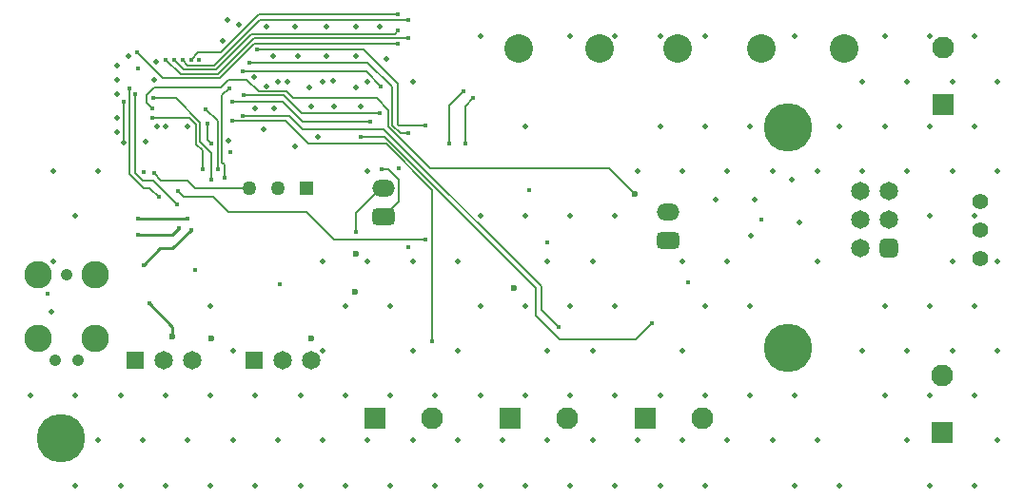
<source format=gbl>
G04*
G04 #@! TF.GenerationSoftware,Altium Limited,Altium Designer,24.9.1 (31)*
G04*
G04 Layer_Physical_Order=4*
G04 Layer_Color=16711680*
%FSLAX44Y44*%
%MOMM*%
G71*
G04*
G04 #@! TF.SameCoordinates,97D2A4A5-BD74-41C0-937B-CE03BE3D36C6*
G04*
G04*
G04 #@! TF.FilePolarity,Positive*
G04*
G01*
G75*
%ADD10C,0.2500*%
%ADD12C,0.2000*%
G04:AMPARAMS|DCode=63|XSize=1.65mm|YSize=1.65mm|CornerRadius=0.4125mm|HoleSize=0mm|Usage=FLASHONLY|Rotation=90.000|XOffset=0mm|YOffset=0mm|HoleType=Round|Shape=RoundedRectangle|*
%AMROUNDEDRECTD63*
21,1,1.6500,0.8250,0,0,90.0*
21,1,0.8250,1.6500,0,0,90.0*
1,1,0.8250,0.4125,0.4125*
1,1,0.8250,0.4125,-0.4125*
1,1,0.8250,-0.4125,-0.4125*
1,1,0.8250,-0.4125,0.4125*
%
%ADD63ROUNDEDRECTD63*%
%ADD64C,1.6500*%
%ADD66R,1.9500X1.9500*%
%ADD67C,1.9500*%
%ADD68C,4.3000*%
%ADD69R,1.9500X1.9500*%
%ADD70O,2.0000X1.5000*%
G04:AMPARAMS|DCode=71|XSize=1.5mm|YSize=2mm|CornerRadius=0.375mm|HoleSize=0mm|Usage=FLASHONLY|Rotation=90.000|XOffset=0mm|YOffset=0mm|HoleType=Round|Shape=RoundedRectangle|*
%AMROUNDEDRECTD71*
21,1,1.5000,1.2500,0,0,90.0*
21,1,0.7500,2.0000,0,0,90.0*
1,1,0.7500,0.6250,0.3750*
1,1,0.7500,0.6250,-0.3750*
1,1,0.7500,-0.6250,-0.3750*
1,1,0.7500,-0.6250,0.3750*
%
%ADD71ROUNDEDRECTD71*%
%ADD72C,1.4000*%
%ADD73R,1.6500X1.6500*%
%ADD74R,1.2750X1.2750*%
%ADD75C,1.2750*%
%ADD76C,1.0668*%
%ADD77C,2.4511*%
%ADD78C,2.5400*%
%ADD79C,0.4510*%
%ADD80C,0.6000*%
%ADD81C,0.1500*%
%ADD86C,0.4600*%
D10*
X11580Y807778D02*
X55530D01*
X41852Y781576D02*
X58530Y798254D01*
X30988Y781576D02*
X41852D01*
X42201Y794004D02*
X48082Y799885D01*
X21180Y732491D02*
X42145Y711525D01*
Y703326D02*
Y711525D01*
X11580Y794004D02*
X42201D01*
X16030Y766618D02*
X30988Y781576D01*
D12*
X243160Y823180D02*
Y843057D01*
X233911Y852307D02*
X243160Y843057D01*
X227811Y852307D02*
X233911D01*
X205019Y795821D02*
Y812940D01*
X227433Y835353D01*
X47082Y832385D02*
X52160Y827307D01*
X185663Y789388D02*
X267088D01*
X237331Y817352D02*
X243160Y823180D01*
X302514Y874501D02*
Y908166D01*
X309688Y915340D01*
X288433Y908975D02*
X300798Y921340D01*
X288433Y874501D02*
Y908975D01*
X161347Y813704D02*
X185663Y789388D01*
X91836Y813704D02*
X161347D01*
X78233Y827307D02*
X91836Y813704D01*
X52160Y827307D02*
X78233D01*
X55784Y842010D02*
X62331Y835462D01*
X110547D01*
X31793Y842010D02*
X55784D01*
X25530Y848273D02*
X31793Y842010D01*
D63*
X678942Y782066D02*
D03*
D64*
X653542D02*
D03*
X678942Y807466D02*
D03*
Y832866D02*
D03*
X653542Y807466D02*
D03*
Y832866D02*
D03*
X59295Y682244D02*
D03*
X33895D02*
D03*
X165855Y682193D02*
D03*
X140455D02*
D03*
D66*
X222130Y630364D02*
D03*
X342053D02*
D03*
X462444D02*
D03*
D67*
X272930D02*
D03*
X726372Y668464D02*
D03*
X392853Y630364D02*
D03*
X513244D02*
D03*
X727222Y960724D02*
D03*
D68*
X590000Y692635D02*
D03*
Y889508D02*
D03*
X-56886Y612394D02*
D03*
D69*
X726372Y617664D02*
D03*
X727222Y909924D02*
D03*
D70*
X229933Y835353D02*
D03*
X482854Y814324D02*
D03*
D71*
X229933Y809954D02*
D03*
X482854Y788924D02*
D03*
D72*
X760222Y823468D02*
D03*
Y798068D02*
D03*
Y772668D02*
D03*
D73*
X8495Y682244D02*
D03*
X115055Y682193D02*
D03*
D74*
X161347Y835462D02*
D03*
D75*
X135947D02*
D03*
X110547D02*
D03*
D76*
X-52070Y758444D02*
D03*
X-41920Y682244D02*
D03*
X-62220D02*
D03*
D77*
X-77470Y701294D02*
D03*
Y758444D02*
D03*
X-26670D02*
D03*
Y701294D02*
D03*
D78*
X639572Y960000D02*
D03*
X565658D02*
D03*
X491756D02*
D03*
X421640D02*
D03*
X350012D02*
D03*
D79*
X93075Y867227D02*
D03*
X104394Y899668D02*
D03*
X65324Y949164D02*
D03*
X58530Y949706D02*
D03*
X565866Y807593D02*
D03*
X137785Y749554D02*
D03*
X243356Y852523D02*
D03*
X10414Y956090D02*
D03*
X251606Y782522D02*
D03*
X205019Y795821D02*
D03*
X375221Y786684D02*
D03*
X95556Y894897D02*
D03*
Y912340D02*
D03*
X104997Y917933D02*
D03*
X242281Y990266D02*
D03*
X251606Y985266D02*
D03*
X242281Y975307D02*
D03*
Y963850D02*
D03*
X217998Y894340D02*
D03*
X116922Y958850D02*
D03*
X16030Y849925D02*
D03*
X11580Y942086D02*
D03*
X47082Y832506D02*
D03*
X55530Y807778D02*
D03*
X48082Y799885D02*
D03*
X-1209Y912340D02*
D03*
X8855Y919340D02*
D03*
X3810Y924340D02*
D03*
X500718Y750895D02*
D03*
X227811Y852307D02*
D03*
X358992Y833050D02*
D03*
X62326Y762210D02*
D03*
X-68804Y741426D02*
D03*
X23625Y897530D02*
D03*
X82323Y851987D02*
D03*
X92289Y924340D02*
D03*
X88392Y844042D02*
D03*
X272930Y699173D02*
D03*
X309688Y915340D02*
D03*
X300798Y921340D02*
D03*
X385303Y711497D02*
D03*
X468564Y714834D02*
D03*
X209042Y880872D02*
D03*
X76780Y874501D02*
D03*
X267088Y789388D02*
D03*
X227473Y925840D02*
D03*
X21180Y732491D02*
D03*
X46157Y820420D02*
D03*
X58530Y798254D02*
D03*
X29832Y827307D02*
D03*
X16030Y766618D02*
D03*
X11580Y794004D02*
D03*
Y807778D02*
D03*
X69030Y852307D02*
D03*
X72909Y892840D02*
D03*
X71780Y905759D02*
D03*
X76530Y842419D02*
D03*
X302514Y874501D02*
D03*
X288433D02*
D03*
X251606Y883901D02*
D03*
X267088Y890919D02*
D03*
X226314Y901840D02*
D03*
X23674Y906188D02*
D03*
X25146Y915162D02*
D03*
X110547Y947300D02*
D03*
X104172Y939101D02*
D03*
X251606Y968980D02*
D03*
X25530Y848273D02*
D03*
X50825Y949585D02*
D03*
X43740Y949590D02*
D03*
X36030Y949706D02*
D03*
D80*
X345948Y746506D02*
D03*
X204774Y743035D02*
D03*
X205019Y776721D02*
D03*
X453210Y830050D02*
D03*
X76780Y701294D02*
D03*
X165855D02*
D03*
X42145Y703326D02*
D03*
D81*
X146129Y899668D02*
X157813Y887984D01*
X104394Y899668D02*
X146129D01*
X142482Y894897D02*
X162878Y874501D01*
X95556Y894897D02*
X142482D01*
X58530Y949706D02*
X64914Y956090D01*
X84617D02*
X118619Y990092D01*
X64914Y956090D02*
X84617D01*
X55784Y944626D02*
X79318D01*
X52204Y941126D02*
X80828D01*
X33464Y933040D02*
X84041D01*
X10414Y956090D02*
X33464Y933040D01*
X25146Y915162D02*
X45362D01*
X66780Y876192D02*
Y893744D01*
X45362Y915162D02*
X66780Y893744D01*
X116922Y958850D02*
X212090D01*
X242281Y891798D02*
Y928659D01*
X212090Y958850D02*
X242281Y928659D01*
X110547Y947300D02*
X215404D01*
X237411Y891425D02*
Y925293D01*
X215404Y947300D02*
X237411Y925293D01*
X72909Y878372D02*
X76780Y874501D01*
X72909Y878372D02*
Y892840D01*
X86142Y858300D02*
Y918193D01*
X82642Y852307D02*
Y894897D01*
X8855Y848734D02*
Y919340D01*
Y848734D02*
X15579Y842010D01*
X95556Y912340D02*
X139728D01*
X157728Y894340D01*
X104997Y917933D02*
X140879D01*
X118506Y921433D02*
X143233D01*
X140879Y917933D02*
X156972Y901840D01*
X108099Y931840D02*
X118506Y921433D01*
X143233D02*
X149504Y915162D01*
X223489D01*
X233911Y904740D01*
X242107Y990092D02*
X242281Y990266D01*
X118619Y990092D02*
X242107D01*
X119958Y985266D02*
X251606D01*
X79318Y944626D02*
X119958Y985266D01*
X80828Y941126D02*
X112402Y972700D01*
X239674D02*
X242281Y975307D01*
X112402Y972700D02*
X239674D01*
X114778Y968980D02*
X251606D01*
X82338Y936540D02*
X114778Y968980D01*
X114851Y963850D02*
X242281D01*
X229664Y887984D02*
X369934Y747714D01*
X157813Y887984D02*
X229664D01*
X157728Y894340D02*
X217998D01*
X84041Y933040D02*
X114851Y963850D01*
X47082Y832385D02*
Y832506D01*
X16075Y835462D02*
X21426D01*
X3810Y847728D02*
Y924340D01*
Y847728D02*
X16075Y835462D01*
X-1209Y875559D02*
Y912340D01*
X15579Y842010D02*
X24567D01*
X57290Y897530D02*
X63280Y891540D01*
X23625Y897530D02*
X57290D01*
X162878Y874501D02*
X232215D01*
X209042Y880872D02*
X230793D01*
X365506Y721360D02*
Y746159D01*
X272930Y699173D02*
Y833786D01*
X232215Y874501D02*
X272930Y833786D01*
X230793Y880872D02*
X365506Y746159D01*
X369934Y726866D02*
Y747714D01*
X244935Y883901D02*
X251606D01*
X233911Y889975D02*
X271336Y852550D01*
X359532D01*
X233911Y889975D02*
Y904740D01*
X237411Y891425D02*
X244935Y883901D01*
X364876Y852550D02*
X430711D01*
X359822Y852840D02*
X364586D01*
X364876Y852550D01*
X359532D02*
X359822Y852840D01*
X430711Y852550D02*
X453210Y830050D01*
X82323Y851987D02*
X82642Y852307D01*
X71780Y905759D02*
X82642Y894897D01*
X86142Y858300D02*
X88392Y856050D01*
Y844042D02*
Y856050D01*
X76530Y842419D02*
Y866442D01*
X66780Y876192D02*
X76530Y866442D01*
X86142Y918193D02*
X92289Y924340D01*
X25770Y925161D02*
X85413D01*
X92093Y931840D01*
X108099D01*
X230809Y809954D02*
X237331Y816475D01*
X229933Y809954D02*
X230809D01*
X237331Y816475D02*
Y817352D01*
X227433Y835353D02*
X229933D01*
X365506Y721360D02*
X386540Y700326D01*
X369934Y726866D02*
X385303Y711497D01*
X386540Y700326D02*
X454056D01*
X468564Y714834D01*
X63280Y874488D02*
X69030Y868738D01*
Y852307D02*
Y868738D01*
X214212Y939101D02*
X227473Y925840D01*
X104172Y939101D02*
X214212D01*
X18542Y917933D02*
X25770Y925161D01*
X18542Y911319D02*
X23674Y906188D01*
X18542Y911319D02*
Y917933D01*
X24567Y842010D02*
X46157Y820420D01*
X29582Y827307D02*
X29832D01*
X21426Y835462D02*
X29582Y827307D01*
X63280Y874488D02*
Y891540D01*
X242281Y891798D02*
X243160Y890919D01*
X267088D01*
X156972Y901840D02*
X226314D01*
X49196Y936540D02*
X82338D01*
X36030Y949706D02*
X49196Y936540D01*
X43740Y949590D02*
X52204Y941126D01*
X50825Y949585D02*
X55784Y944626D01*
D86*
X-65918Y725328D02*
D03*
X17780Y876516D02*
D03*
X755739Y970333D02*
D03*
X775739Y930333D02*
D03*
X755739Y890333D02*
D03*
X775739Y850333D02*
D03*
X755739Y810333D02*
D03*
X775739Y770333D02*
D03*
X755739Y730333D02*
D03*
X775739Y690333D02*
D03*
X755739Y650333D02*
D03*
X775739Y610334D02*
D03*
X755739Y570334D02*
D03*
X715739Y970333D02*
D03*
X735739Y930333D02*
D03*
X715739Y890333D02*
D03*
X735739Y850333D02*
D03*
X715739Y810333D02*
D03*
X735739Y770333D02*
D03*
X715739Y730333D02*
D03*
X735739Y690333D02*
D03*
X715739Y650333D02*
D03*
Y570334D02*
D03*
X675739Y970333D02*
D03*
X695739Y930333D02*
D03*
X675739Y890333D02*
D03*
X695739Y850333D02*
D03*
X675739Y730333D02*
D03*
X695739Y690333D02*
D03*
X675739Y650333D02*
D03*
X695739Y610334D02*
D03*
X655739Y930333D02*
D03*
X635739Y890333D02*
D03*
X655739Y850333D02*
D03*
Y690333D02*
D03*
X635739Y570334D02*
D03*
X595739Y970333D02*
D03*
X615739Y850333D02*
D03*
Y770333D02*
D03*
X595739Y650333D02*
D03*
X615739Y610334D02*
D03*
X595739Y570334D02*
D03*
X555739Y890333D02*
D03*
X575739Y850333D02*
D03*
X555739Y730333D02*
D03*
Y650333D02*
D03*
X575739Y610334D02*
D03*
X515739Y970333D02*
D03*
Y890333D02*
D03*
X535739Y850333D02*
D03*
Y770333D02*
D03*
X515739Y730333D02*
D03*
Y650333D02*
D03*
X535739Y610334D02*
D03*
X515739Y570334D02*
D03*
X475739Y970333D02*
D03*
Y890333D02*
D03*
X495739Y850333D02*
D03*
Y770333D02*
D03*
Y690333D02*
D03*
X475739Y650333D02*
D03*
X495739Y610334D02*
D03*
X475739Y570334D02*
D03*
X435739Y970333D02*
D03*
X455739Y850333D02*
D03*
X435739Y810333D02*
D03*
Y730333D02*
D03*
Y650333D02*
D03*
X455739Y610334D02*
D03*
X435739Y570334D02*
D03*
X395739Y970333D02*
D03*
Y810333D02*
D03*
X415739Y770333D02*
D03*
X395739Y730333D02*
D03*
X415739Y690333D02*
D03*
X395739Y650333D02*
D03*
X415739Y610334D02*
D03*
X395739Y570334D02*
D03*
X355739Y890333D02*
D03*
Y810333D02*
D03*
X375739Y770333D02*
D03*
X355739Y730333D02*
D03*
X375739Y690333D02*
D03*
X355739Y650333D02*
D03*
X375739Y610334D02*
D03*
X355739Y570334D02*
D03*
X315739Y970333D02*
D03*
Y810333D02*
D03*
Y730333D02*
D03*
Y650333D02*
D03*
X335739Y610334D02*
D03*
X315739Y570334D02*
D03*
X295739Y770333D02*
D03*
Y690333D02*
D03*
X275739Y650333D02*
D03*
X295739Y610334D02*
D03*
X275739Y570334D02*
D03*
X255739Y930333D02*
D03*
Y770333D02*
D03*
X235739Y730333D02*
D03*
X255739Y690333D02*
D03*
X235739Y650333D02*
D03*
X255739Y610334D02*
D03*
X235739Y570334D02*
D03*
X215739Y930333D02*
D03*
Y850333D02*
D03*
Y770333D02*
D03*
X195739Y730333D02*
D03*
Y650333D02*
D03*
X215739Y610334D02*
D03*
X195739Y570334D02*
D03*
X175739Y930333D02*
D03*
Y770333D02*
D03*
Y690333D02*
D03*
X155739Y650333D02*
D03*
X175739Y610334D02*
D03*
X155739Y570334D02*
D03*
X135739Y930333D02*
D03*
X115739Y650333D02*
D03*
X135739Y610334D02*
D03*
X115739Y570334D02*
D03*
X75739Y730333D02*
D03*
X95739Y690333D02*
D03*
X75739Y650333D02*
D03*
X95739Y610334D02*
D03*
X75739Y570334D02*
D03*
X35739Y890333D02*
D03*
Y650333D02*
D03*
X55739Y610334D02*
D03*
X35739Y570334D02*
D03*
X-4261Y650333D02*
D03*
X15739Y610334D02*
D03*
X-4261Y570334D02*
D03*
X-24261Y850333D02*
D03*
X-44261Y810333D02*
D03*
Y650333D02*
D03*
X-24261Y610334D02*
D03*
X-44261Y570334D02*
D03*
X-64261Y850333D02*
D03*
Y770333D02*
D03*
X-84261Y650333D02*
D03*
X599616Y804414D02*
D03*
X125984Y925961D02*
D03*
X132613Y906188D02*
D03*
X115617D02*
D03*
X556678Y792446D02*
D03*
X559816Y824646D02*
D03*
X525123Y824947D02*
D03*
X27030Y948046D02*
D03*
X27940Y889975D02*
D03*
X592866Y843026D02*
D03*
X123305Y887984D02*
D03*
X209042Y908166D02*
D03*
X185663D02*
D03*
X165855D02*
D03*
X232433Y950500D02*
D03*
X226314Y978662D02*
D03*
X205019D02*
D03*
X179070D02*
D03*
X150876D02*
D03*
X125984D02*
D03*
X91186Y985266D02*
D03*
X101092Y980948D02*
D03*
X86868Y966216D02*
D03*
X171688Y880872D02*
D03*
X205019Y953008D02*
D03*
X179070D02*
D03*
X153826D02*
D03*
X131439D02*
D03*
X115055Y934222D02*
D03*
X144018Y929640D02*
D03*
X163734Y924560D02*
D03*
X150876Y872744D02*
D03*
X205019Y924560D02*
D03*
X184697Y931186D02*
D03*
X91836Y877072D02*
D03*
X26030Y931840D02*
D03*
X55784Y889975D02*
D03*
X2540Y953008D02*
D03*
X-7112Y944626D02*
D03*
Y931840D02*
D03*
Y919340D02*
D03*
Y897530D02*
D03*
Y885131D02*
D03*
X-1190Y875541D02*
D03*
M02*

</source>
